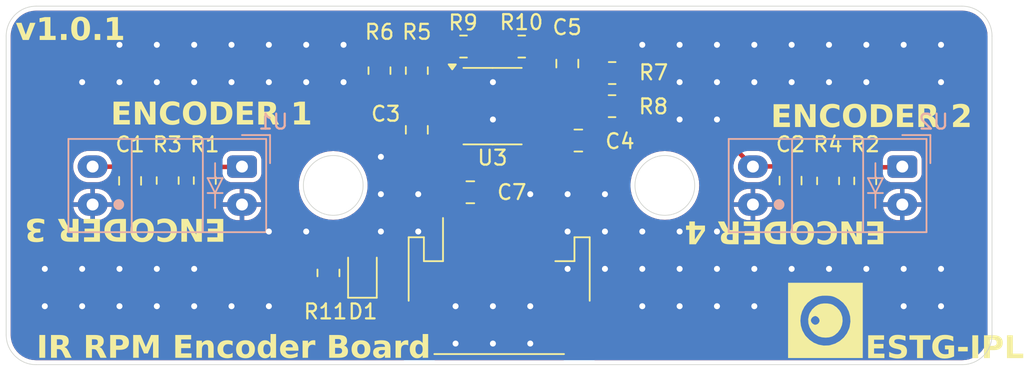
<source format=kicad_pcb>
(kicad_pcb (version 20240108) (generator "pcbnew") (generator_version "8.0")
  (layers (0 "F.Cu" signal) (31 "B.Cu" signal) (34 "B.Paste" user) (35 "F.Paste" user) (36 "B.SilkS" user "B.Silkscreen") (37 "F.SilkS" user "F.Silkscreen") (38 "B.Mask" user) (39 "F.Mask" user) (44 "Edge.Cuts" user))
  (net 0 "")
  (net 1 "Net-(U3A-+)")
  (net 2 "GND")
  (net 3 "Net-(U3B-+)")
  (net 4 "+3.3V")
  (net 5 "Net-(D1-A)")
  (net 6 "ENC1")
  (net 7 "ENC2")
  (net 8 "Net-(R1-Pad2)")
  (net 9 "Net-(R2-Pad2)")
  (net 10 "Net-(U3A--)")
  (net 11 "Net-(U3B--)")
  (footprint "Capacitor_SMD:C_0805_2012Metric" (layer "F.Cu") (at 50.719555 21.408327)
    (property "Reference" "C4" (at 2.781836 0.052561 180) (layer "F.SilkS"))
    (property "Value" "100nF")
    (fp_line (start -0.261252 -0.735) (end 0.261252 -0.735) (stroke (width 0.12)) (layer "F.SilkS"))
    (fp_line (start -0.261252 0.735) (end 0.261252 0.735) (stroke (width 0.12)) (layer "F.SilkS"))
    (pad "1" smd roundrect (at -0.95 0) (size 1 1.45) (layers "F.Cu" "F.Paste" "F.Mask") (net 3 "Net-(U3B-+)"))
    (pad "2" smd roundrect (at 0.95 0) (size 1 1.45) (layers "F.Cu" "F.Paste" "F.Mask") (net 2 "GND"))
  )
  (footprint "Resistor_SMD:R_0805_2012Metric" (layer "F.Cu") (at 46.930047 15.116718 180)
    (property "Reference" "R10" (at 0.025 1.625 180) (layer "F.SilkS"))
    (property "Value" "10k")
    (fp_line (start -0.227064 0.735) (end 0.227064 0.735) (stroke (width 0.12)) (layer "F.SilkS"))
    (fp_line (start -0.227064 -0.735) (end 0.227064 -0.735) (stroke (width 0.12)) (layer "F.SilkS"))
    (pad "1" smd roundrect (at -0.9125 0 180) (size 1.025 1.4) (layers "F.Cu" "F.Paste" "F.Mask") (roundrect_rratio 0.243902) (net 4 "+3.3V"))
    (pad "2" smd roundrect (at 0.9125 0 180) (size 1.025 1.4) (layers "F.Cu" "F.Paste" "F.Mask") (roundrect_rratio 0.243902) (net 7 "ENC2"))
  )
  (footprint "LED_SMD:LED_0805_2012Metric" (layer "F.Cu") (at 36.264145 30.247242 90)
    (property "Reference" "D1" (at -2.6125 0.025 180) (layer "F.SilkS"))
    (property "Value" "LED")
    (fp_line (start 1 -0.96) (end -1.685 -0.96) (stroke (width 0.12)) (layer "F.SilkS"))
    (fp_line (start -1.685 -0.96) (end -1.685 0.96) (stroke (width 0.12)) (layer "F.SilkS"))
    (fp_line (start -1.685 0.96) (end 1 0.96) (stroke (width 0.12)) (layer "F.SilkS"))
    (pad "1" smd roundrect (at -0.9375 0 90) (size 0.975 1.4) (layers "F.Cu" "F.Paste" "F.Mask") (net 2 "GND"))
    (pad "2" smd roundrect (at 0.9375 0 90) (size 0.975 1.4) (layers "F.Cu" "F.Paste" "F.Mask") (net 5 "Net-(D1-A)"))
  )
  (footprint "LOGO" (layer "F.Cu") (at 67.26 33.430462)
    (property "Reference" "G***" (hide yes))
    (property "Value" "LOGO" (hide yes))
    (fp_poly (pts (xy 2.500923 0.019538) (xy 2.500923 2.54) (xy 0 2.54) (xy -2.500923 2.54) (xy -2.500923 0.044539) (xy -1.674774 0.044539) (xy -1.640412 0.373351) (xy -1.540809 0.691696) (xy -1.374224 0.988542) (xy -1.313562 1.068506) (xy -1.061763 1.322363) (xy -0.771087 1.515764) (xy -0.452424 1.644662) (xy -0.116659 1.705013) (xy 0.225319 1.692767) (xy 0.320461 1.67583) (xy 0.661685 1.56633) (xy 0.967138 1.393016) (xy 1.228376 1.163845) (xy 1.436958 0.886773) (xy 1.584442 0.569756) (xy 1.620037 0.450943) (xy 1.67354 0.096729) (xy 1.65316 -0.249816) (xy 1.563152 -0.579516) (xy 1.407771 -0.883194) (xy 1.191275 -1.151674) (xy 0.917917 -1.375781) (xy 0.720279 -1.489141) (xy 0.575806 -1.555057) (xy 0.449712 -1.596214) (xy 0.31135 -1.619759) (xy 0.130075 -1.632835) (xy 0.097544 -1.634323) (xy -0.199828 -1.632127) (xy -0.451926 -1.592226) (xy -0.685269 -1.507804) (xy -0.926375 -1.372042) (xy -0.928863 -1.370436) (xy -1.194608 -1.154757) (xy -1.403811 -0.894389) (xy -1.554733 -0.600363) (xy -1.645634 -0.28371) (xy -1.674774 0.044539) (xy -2.500923 0.044539) (xy -2.500923 0.019538) (xy -2.500923 -2.500923) (xy 0 -2.500923) (xy 2.500923 -2.500923)) (fill solid) (layer "F.SilkS"))
    (fp_poly (pts (xy 0.129554 -1.114539) (xy 0.344688 -1.080893) (xy 0.497144 -1.025061) (xy 0.750518 -0.856142) (xy 0.941697 -0.648396) (xy 1.042655 -0.477413) (xy 1.133606 -0.207913) (xy 1.153649 0.069327) (xy 1.107397 0.341918) (xy 0.99946 0.597475) (xy 0.83445 0.823611) (xy 0.616978 1.00794) (xy 0.456821 1.09625) (xy 0.254463 1.155294) (xy 0.016016 1.174832) (xy -0.227511 1.155434) (xy -0.44511 1.097668) (xy -0.488462 1.078904) (xy -0.732255 0.923233) (xy -0.925253 0.71845) (xy -1.062968 0.477122) (xy -1.14091 0.211819) (xy -1.150417 0.019538) (xy -0.976923 0.019538) (xy -0.942569 0.134033) (xy -0.856359 0.236298) (xy -0.743568 0.30152) (xy -0.678372 0.312615) (xy -0.572661 0.286007) (xy -0.481211 0.227649) (xy -0.408829 0.118683) (xy -0.39077 0.030489) (xy -0.424167 -0.089952) (xy -0.50847 -0.195874) (xy -0.619845 -0.262551) (xy -0.683847 -0.273539) (xy -0.781281 -0.246447) (xy -0.877647 -0.180924) (xy -0.881007 -0.177623) (xy -0.947647 -0.082386) (xy -0.976867 0.015997) (xy -0.976923 0.019538) (xy -1.150417 0.019538) (xy -1.154592 -0.064889) (xy -1.099525 -0.340434) (xy -1.043742 -0.47602) (xy -0.888538 -0.717468) (xy -0.679289 -0.912038) (xy -0.497145 -1.025061) (xy -0.320635 -1.086623) (xy -0.101978 -1.116448)) (fill solid) (layer "F.SilkS"))
  )
  (footprint "Package_SO:SOIC-8_3.9x4.9mm_P1.27mm" (layer "F.Cu") (at 44.97628 19.106708)
    (property "Reference" "U3" (at -0.007302 3.457962 0) (layer "F.SilkS"))
    (property "Value" "LMV393")
    (fp_line (start 0 -2.56) (end -1.95 -2.56) (stroke (width 0.12)) (layer "F.SilkS"))
    (fp_line (start 0 -2.56) (end 1.95 -2.56) (stroke (width 0.12)) (layer "F.SilkS"))
    (fp_line (start 0 2.56) (end -1.95 2.56) (stroke (width 0.12)) (layer "F.SilkS"))
    (fp_line (start 0 2.56) (end 1.95 2.56) (stroke (width 0.12)) (layer "F.SilkS"))
    (fp_poly (pts (xy -2.7 -2.465) (xy -2.94 -2.795) (xy -2.46 -2.795) (xy -2.7 -2.465)) (stroke (width 0.12)) (fill solid) (layer "F.SilkS"))
    (pad "1" smd roundrect (at -2.475 -1.905) (size 1.95 0.6) (layers "F.Cu" "F.Paste" "F.Mask") (net 6 "ENC1"))
    (pad "2" smd roundrect (at -2.475 -0.635) (size 1.95 0.6) (layers "F.Cu" "F.Paste" "F.Mask") (net 10 "Net-(U3A--)"))
    (pad "3" smd roundrect (at -2.475 0.635) (size 1.95 0.6) (layers "F.Cu" "F.Paste" "F.Mask") (net 1 "Net-(U3A-+)"))
    (pad "4" smd roundrect (at -2.475 1.905) (size 1.95 0.6) (layers "F.Cu" "F.Paste" "F.Mask") (net 2 "GND"))
    (pad "5" smd roundrect (at 2.475 1.905) (size 1.95 0.6) (layers "F.Cu" "F.Paste" "F.Mask") (net 3 "Net-(U3B-+)"))
    (pad "6" smd roundrect (at 2.475 0.635) (size 1.95 0.6) (layers "F.Cu" "F.Paste" "F.Mask") (net 11 "Net-(U3B--)"))
    (pad "7" smd roundrect (at 2.475 -0.635) (size 1.95 0.6) (layers "F.Cu" "F.Paste" "F.Mask") (net 7 "ENC2"))
    (pad "8" smd roundrect (at 2.475 -1.905) (size 1.95 0.6) (layers "F.Cu" "F.Paste" "F.Mask") (net 4 "+3.3V"))
  )
  (footprint "Resistor_SMD:R_0805_2012Metric" (layer "F.Cu") (at 52.984402 16.890377 180)
    (property "Reference" "R7" (at -2.769745 0.036899 0) (layer "F.SilkS"))
    (property "Value" "10k")
    (fp_line (start -0.227064 0.735) (end 0.227064 0.735) (stroke (width 0.12)) (layer "F.SilkS"))
    (fp_line (start -0.227064 -0.735) (end 0.227064 -0.735) (stroke (width 0.12)) (layer "F.SilkS"))
    (pad "1" smd roundrect (at -0.9125 0 180) (size 1.025 1.4) (layers "F.Cu" "F.Paste" "F.Mask") (roundrect_rratio 0.243902) (net 4 "+3.3V"))
    (pad "2" smd roundrect (at 0.9125 0 180) (size 1.025 1.4) (layers "F.Cu" "F.Paste" "F.Mask") (roundrect_rratio 0.243902) (net 11 "Net-(U3B--)"))
  )
  (footprint "Resistor_SMD:R_0805_2012Metric" (layer "F.Cu") (at 25.71 24.08875 90)
    (property "Reference" "R1" (at 2.4125 0 180) (layer "F.SilkS"))
    (property "Value" "180")
    (fp_line (start -0.227064 -0.735) (end 0.227064 -0.735) (stroke (width 0.12)) (layer "F.SilkS"))
    (fp_line (start -0.227064 0.735) (end 0.227064 0.735) (stroke (width 0.12)) (layer "F.SilkS"))
    (pad "1" smd roundrect (at -0.9125 0 90) (size 1.025 1.4) (layers "F.Cu" "F.Paste" "F.Mask") (roundrect_rratio 0.243902) (net 4 "+3.3V"))
    (pad "2" smd roundrect (at 0.9125 0 90) (size 1.025 1.4) (layers "F.Cu" "F.Paste" "F.Mask") (roundrect_rratio 0.243902) (net 8 "Net-(R1-Pad2)"))
  )
  (footprint "Resistor_SMD:R_0805_2012Metric" (layer "F.Cu") (at 67.44 24.11125 90)
    (property "Reference" "R4" (at 2.445 -0.015 180) (layer "F.SilkS"))
    (property "Value" "10k")
    (fp_line (start -0.227064 -0.735) (end 0.227064 -0.735) (stroke (width 0.12)) (layer "F.SilkS"))
    (fp_line (start -0.227064 0.735) (end 0.227064 0.735) (stroke (width 0.12)) (layer "F.SilkS"))
    (pad "1" smd roundrect (at -0.9125 0 90) (size 1.025 1.4) (layers "F.Cu" "F.Paste" "F.Mask") (roundrect_rratio 0.243902) (net 4 "+3.3V"))
    (pad "2" smd roundrect (at 0.9125 0 90) (size 1.025 1.4) (layers "F.Cu" "F.Paste" "F.Mask") (roundrect_rratio 0.243902) (net 3 "Net-(U3B-+)"))
  )
  (footprint "Resistor_SMD:R_0805_2012Metric" (layer "F.Cu") (at 43.030047 15.116718)
    (property "Reference" "R9" (at -0.025 -1.6 180) (layer "F.SilkS"))
    (property "Value" "10k")
    (fp_line (start -0.227064 -0.735) (end 0.227064 -0.735) (stroke (width 0.12)) (layer "F.SilkS"))
    (fp_line (start -0.227064 0.735) (end 0.227064 0.735) (stroke (width 0.12)) (layer "F.SilkS"))
    (pad "1" smd roundrect (at -0.9125 0) (size 1.025 1.4) (layers "F.Cu" "F.Paste" "F.Mask") (roundrect_rratio 0.243902) (net 4 "+3.3V"))
    (pad "2" smd roundrect (at 0.9125 0) (size 1.025 1.4) (layers "F.Cu" "F.Paste" "F.Mask") (roundrect_rratio 0.243902) (net 6 "ENC1"))
  )
  (footprint "Resistor_SMD:R_0805_2012Metric" (layer "F.Cu") (at 37.405047 16.729218 90)
    (property "Reference" "R6" (at 2.5875 0 0) (layer "F.SilkS"))
    (property "Value" "10k")
    (fp_line (start -0.227064 -0.735) (end 0.227064 -0.735) (stroke (width 0.12)) (layer "F.SilkS"))
    (fp_line (start -0.227064 0.735) (end 0.227064 0.735) (stroke (width 0.12)) (layer "F.SilkS"))
    (pad "1" smd roundrect (at -0.9125 0 90) (size 1.025 1.4) (layers "F.Cu" "F.Paste" "F.Mask") (roundrect_rratio 0.243902) (net 10 "Net-(U3A--)"))
    (pad "2" smd roundrect (at 0.9125 0 90) (size 1.025 1.4) (layers "F.Cu" "F.Paste" "F.Mask") (roundrect_rratio 0.243902) (net 2 "GND"))
  )
  (footprint "Resistor_SMD:R_0805_2012Metric" (layer "F.Cu") (at 23.225 24.08875 90)
    (property "Reference" "R3" (at 2.4125 -0.015 180) (layer "F.SilkS"))
    (property "Value" "10k")
    (fp_line (start -0.227064 -0.735) (end 0.227064 -0.735) (stroke (width 0.12)) (layer "F.SilkS"))
    (fp_line (start -0.227064 0.735) (end 0.227064 0.735) (stroke (width 0.12)) (layer "F.SilkS"))
    (pad "1" smd roundrect (at -0.9125 0 90) (size 1.025 1.4) (layers "F.Cu" "F.Paste" "F.Mask") (roundrect_rratio 0.243902) (net 4 "+3.3V"))
    (pad "2" smd roundrect (at 0.9125 0 90) (size 1.025 1.4) (layers "F.Cu" "F.Paste" "F.Mask") (roundrect_rratio 0.243902) (net 1 "Net-(U3A-+)"))
  )
  (footprint "Capacitor_SMD:C_0805_2012Metric" (layer "F.Cu") (at 20.71 24.10875 -90)
    (property "Reference" "C1" (at -2.4325 0 180) (layer "F.SilkS"))
    (property "Value" "1nF")
    (fp_line (start -0.261252 0.735) (end 0.261252 0.735) (stroke (width 0.12)) (layer "F.SilkS"))
    (fp_line (start -0.261252 -0.735) (end 0.261252 -0.735) (stroke (width 0.12)) (layer "F.SilkS"))
    (pad "1" smd roundrect (at -0.95 0 270) (size 1 1.45) (layers "F.Cu" "F.Paste" "F.Mask") (net 1 "Net-(U3A-+)"))
    (pad "2" smd roundrect (at 0.95 0 270) (size 1 1.45) (layers "F.Cu" "F.Paste" "F.Mask") (net 2 "GND"))
  )
  (footprint "Capacitor_SMD:C_0805_2012Metric" (layer "F.Cu") (at 43.487618 24.871259)
    (property "Reference" "C7" (at 2.775 0 0) (layer "F.SilkS"))
    (property "Value" "10uF")
    (fp_line (start -0.261252 -0.735) (end 0.261252 -0.735) (stroke (width 0.12)) (layer "F.SilkS"))
    (fp_line (start -0.261252 0.735) (end 0.261252 0.735) (stroke (width 0.12)) (layer "F.SilkS"))
    (pad "1" smd roundrect (at -0.95 0) (size 1 1.45) (layers "F.Cu" "F.Paste" "F.Mask") (net 4 "+3.3V"))
    (pad "2" smd roundrect (at 0.95 0) (size 1 1.45) (layers "F.Cu" "F.Paste" "F.Mask") (net 2 "GND"))
  )
  (footprint "Resistor_SMD:R_0805_2012Metric" (layer "F.Cu") (at 52.976757 19.107486)
    (property "Reference" "R8" (at 2.76509 0.024599 0) (layer "F.SilkS"))
    (property "Value" "10k")
    (fp_line (start -0.227064 -0.735) (end 0.227064 -0.735) (stroke (width 0.12)) (layer "F.SilkS"))
    (fp_line (start -0.227064 0.735) (end 0.227064 0.735) (stroke (width 0.12)) (layer "F.SilkS"))
    (pad "1" smd roundrect (at -0.9125 0) (size 1.025 1.4) (layers "F.Cu" "F.Paste" "F.Mask") (roundrect_rratio 0.243902) (net 11 "Net-(U3B--)"))
    (pad "2" smd roundrect (at 0.9125 0) (size 1.025 1.4) (layers "F.Cu" "F.Paste" "F.Mask") (roundrect_rratio 0.243902) (net 2 "GND"))
  )
  (footprint "Capacitor_SMD:C_0805_2012Metric" (layer "F.Cu") (at 64.925 24.09125 -90)
    (property "Reference" "C2" (at -2.425 0 180) (layer "F.SilkS"))
    (property "Value" "1nF")
    (fp_line (start -0.261252 0.735) (end 0.261252 0.735) (stroke (width 0.12)) (layer "F.SilkS"))
    (fp_line (start -0.261252 -0.735) (end 0.261252 -0.735) (stroke (width 0.12)) (layer "F.SilkS"))
    (pad "1" smd roundrect (at -0.95 0 270) (size 1 1.45) (layers "F.Cu" "F.Paste" "F.Mask") (net 3 "Net-(U3B-+)"))
    (pad "2" smd roundrect (at 0.95 0 270) (size 1 1.45) (layers "F.Cu" "F.Paste" "F.Mask") (net 2 "GND"))
  )
  (footprint "Resistor_SMD:R_0805_2012Metric" (layer "F.Cu") (at 69.925 24.11125 90)
    (property "Reference" "R2" (at 2.445 0 180) (layer "F.SilkS"))
    (property "Value" "180")
    (fp_line (start -0.227064 -0.735) (end 0.227064 -0.735) (stroke (width 0.12)) (layer "F.SilkS"))
    (fp_line (start -0.227064 0.735) (end 0.227064 0.735) (stroke (width 0.12)) (layer "F.SilkS"))
    (pad "1" smd roundrect (at -0.9125 0 90) (size 1.025 1.4) (layers "F.Cu" "F.Paste" "F.Mask") (roundrect_rratio 0.243902) (net 4 "+3.3V"))
    (pad "2" smd roundrect (at 0.9125 0 90) (size 1.025 1.4) (layers "F.Cu" "F.Paste" "F.Mask") (roundrect_rratio 0.243902) (net 9 "Net-(R2-Pad2)"))
  )
  (footprint "Connector_JST:JST_PH_S4B-PH-SM4-TB_1x04-1MP_P2.00mm_Horizontal" (layer "F.Cu") (at 45.418758 31.193805)
    (property "Reference" "J1" (hide yes))
    (property "Value" "Conn_01x04_Socket")
    (fp_line (start -6.06 -3.31) (end -5.04 -3.31) (stroke (width 0.12)) (layer "F.SilkS"))
    (fp_line (start -6.06 0.94) (end -6.06 -3.31) (stroke (width 0.12)) (layer "F.SilkS"))
    (fp_line (start -5.04 -3.31) (end -5.04 -1.71) (stroke (width 0.12)) (layer "F.SilkS"))
    (fp_line (start -5.04 -1.71) (end -3.76 -1.71) (stroke (width 0.12)) (layer "F.SilkS"))
    (fp_line (start -4.34 4.51) (end 4.34 4.51) (stroke (width 0.12)) (layer "F.SilkS"))
    (fp_line (start -3.76 -1.71) (end -3.76 -4.6) (stroke (width 0.12)) (layer "F.SilkS"))
    (fp_line (start 5.04 -3.31) (end 5.04 -1.71) (stroke (width 0.12)) (layer "F.SilkS"))
    (fp_line (start 5.04 -1.71) (end 3.76 -1.71) (stroke (width 0.12)) (layer "F.SilkS"))
    (fp_line (start 6.06 -3.31) (end 5.04 -3.31) (stroke (width 0.12)) (layer "F.SilkS"))
    (fp_line (start 6.06 0.94) (end 6.06 -3.31) (stroke (width 0.12)) (layer "F.SilkS"))
    (pad "1" smd roundrect (at -3 -2.85) (size 1 3.5) (layers "F.Cu" "F.Paste" "F.Mask") (net 4 "+3.3V"))
    (pad "2" smd roundrect (at -1 -2.85) (size 1 3.5) (layers "F.Cu" "F.Paste" "F.Mask") (net 2 "GND"))
    (pad "3" smd roundrect (at 1 -2.85) (size 1 3.5) (layers "F.Cu" "F.Paste" "F.Mask") (net 6 "ENC1"))
    (pad "4" smd roundrect (at 3 -2.85) (size 1 3.5) (layers "F.Cu" "F.Paste" "F.Mask") (net 7 "ENC2"))
    (pad "MP" smd roundrect (at -5.35 2.9) (size 1.5 3.4) (layers "F.Cu" "F.Paste" "F.Mask") (roundrect_rratio 0.166667))
    (pad "MP" smd roundrect (at 5.35 2.9) (size 1.5 3.4) (layers "F.Cu" "F.Paste" "F.Mask") (roundrect_rratio 0.166667))
  )
  (footprint "Resistor_SMD:R_0805_2012Metric" (layer "F.Cu") (at 33.989145 30.272242 -90)
    (property "Reference" "R11" (at 2.5875 0.2 180) (layer "F.SilkS"))
    (property "Value" "1k")
    (fp_line (start -0.227064 0.735) (end 0.227064 0.735) (stroke (width 0.12)) (layer "F.SilkS"))
    (fp_line (start -0.227064 -0.735) (end 0.227064 -0.735) (stroke (width 0.12)) (layer "F.SilkS"))
    (pad "1" smd roundrect (at -0.9125 0 270) (size 1.025 1.4) (layers "F.Cu" "F.Paste" "F.Mask") (roundrect_rratio 0.243902) (net 5 "Net-(D1-A)"))
    (pad "2" smd roundrect (at 0.9125 0 270) (size 1.025 1.4) (layers "F.Cu" "F.Paste" "F.Mask") (roundrect_rratio 0.243902) (net 4 "+3.3V"))
  )
  (footprint "Capacitor_SMD:C_0805_2012Metric" (layer "F.Cu") (at 49.981139 16.255743 90)
    (property "Reference" "C5" (at 2.425588 -0.01168 180) (layer "F.SilkS"))
    (property "Value" "100nF")
    (fp_line (start -0.261252 -0.735) (end 0.261252 -0.735) (stroke (width 0.12)) (layer "F.SilkS"))
    (fp_line (start -0.261252 0.735) (end 0.261252 0.735) (stroke (width 0.12)) (layer "F.SilkS"))
    (pad "1" smd roundrect (at -0.95 0 90) (size 1 1.45) (layers "F.Cu" "F.Paste" "F.Mask") (net 4 "+3.3V"))
    (pad "2" smd roundrect (at 0.95 0 90) (size 1 1.45) (layers "F.Cu" "F.Paste" "F.Mask") (net 2 "GND"))
  )
  (footprint "Resistor_SMD:R_0805_2012Metric" (layer "F.Cu") (at 39.905047 16.729218 -90)
    (property "Reference" "R5" (at -2.5875 0 0) (layer "F.SilkS"))
    (property "Value" "10k")
    (fp_line (start -0.227064 0.735) (end 0.227064 0.735) (stroke (width 0.12)) (layer "F.SilkS"))
    (fp_line (start -0.227064 -0.735) (end 0.227064 -0.735) (stroke (width 0.12)) (layer "F.SilkS"))
    (pad "1" smd roundrect (at -0.9125 0 270) (size 1.025 1.4) (layers "F.Cu" "F.Paste" "F.Mask") (roundrect_rratio 0.243902) (net 4 "+3.3V"))
    (pad "2" smd roundrect (at 0.9125 0 270) (size 1.025 1.4) (layers "F.Cu" "F.Paste" "F.Mask") (roundrect_rratio 0.243902) (net 10 "Net-(U3A--)"))
  )
  (footprint "Capacitor_SMD:C_0805_2012Metric" (layer "F.Cu") (at 39.905047 20.691718 -90)
    (property "Reference" "C3" (at -1.066718 2.080047 180) (layer "F.SilkS"))
    (property "Value" "100nF")
    (fp_line (start -0.261252 0.735) (end 0.261252 0.735) (stroke (width 0.12)) (layer "F.SilkS"))
    (fp_line (start -0.261252 -0.735) (end 0.261252 -0.735) (stroke (width 0.12)) (layer "F.SilkS"))
    (pad "1" smd roundrect (at -0.95 0 270) (size 1 1.45) (layers "F.Cu" "F.Paste" "F.Mask") (net 1 "Net-(U3A-+)"))
    (pad "2" smd roundrect (at 0.95 0 270) (size 1 1.45) (layers "F.Cu" "F.Paste" "F.Mask") (net 2 "GND"))
  )
  (footprint "OptoDevice:Everlight_ITR9608-F" (layer "B.Cu") (at 72.406606 23.152627 180)
    (property "Reference" "U2" (at -1 3 0) (layer "B.SilkS") (effects (justify right mirror)))
    (property "Value" "ITR9608-F")
    (fp_line (start 11.62 1.85) (end -1.62 1.85) (stroke (width 0.12)) (layer "B.SilkS"))
    (fp_line (start 11.62 -4.39) (end 11.62 1.85) (stroke (width 0.12)) (layer "B.SilkS"))
    (fp_line (start 7.38 1.85) (end 7.38 -4.37) (stroke (width 0.12)) (layer "B.SilkS"))
    (fp_line (start 2.62 1.85) (end 2.62 -4.37) (stroke (width 0.12)) (layer "B.SilkS"))
    (fp_line (start 2.3 -0.77) (end 1.8 -1.77) (stroke (width 0.12)) (layer "B.SilkS"))
    (fp_line (start 1.8 0.23) (end 1.8 -0.77) (stroke (width 0.12)) (layer "B.SilkS"))
    (fp_line (start 1.8 -1.77) (end 1.3 -0.77) (stroke (width 0.12)) (layer "B.SilkS"))
    (fp_line (start 1.8 -2.77) (end 1.8 -1.77) (stroke (width 0.12)) (layer "B.SilkS"))
    (fp_line (start 1.3 -0.77) (end 2.3 -0.77) (stroke (width 0.12)) (layer "B.SilkS"))
    (fp_line (start 1.3 -1.77) (end 2.3 -1.77) (stroke (width 0.12)) (layer "B.SilkS"))
    (fp_line (start 0 2.11) (end -1.88 2.11) (stroke (width 0.12)) (layer "B.SilkS"))
    (fp_line (start -1.62 1.85) (end -1.62 -4.39) (stroke (width 0.12)) (layer "B.SilkS"))
    (fp_line (start -1.62 -4.39) (end 11.62 -4.39) (stroke (width 0.12)) (layer "B.SilkS"))
    (fp_line (start -1.88 0.23) (end -1.88 2.11) (stroke (width 0.12)) (layer "B.SilkS"))
    (fp_circle (center 8.25 -2.54) (end 8.55 -2.54) (stroke (width 0.12)) (fill solid) (layer "B.SilkS"))
    (pad "1" thru_hole roundrect (at 0 0 90) (size 1.5 2) (drill 0.8) (layers "*.Cu" "*.Mask") (roundrect_rratio 0.227) (net 9 "Net-(R2-Pad2)"))
    (pad "2" thru_hole oval (at 0 -2.54 90) (size 1.5 2) (drill 0.8) (layers "*.Cu" "*.Mask") (net 2 "GND"))
    (pad "3" thru_hole oval (at 10 -2.54 90) (size 1.5 2) (drill 0.8) (layers "*.Cu" "*.Mask") (net 2 "GND"))
    (pad "4" thru_hole oval (at 10 0 90) (size 1.5 2) (drill 0.8) (layers "*.Cu" "*.Mask") (net 3 "Net-(U3B-+)"))
  )
  (footprint "OptoDevice:Everlight_ITR9608-F" (layer "B.Cu") (at 28.2 23.152627 180)
    (property "Reference" "U1" (at -1 3 0) (layer "B.SilkS") (effects (justify right mirror)))
    (property "Value" "ITR9608-F")
    (fp_line (start 11.62 1.85) (end -1.62 1.85) (stroke (width 0.12)) (layer "B.SilkS"))
    (fp_line (start 11.62 -4.39) (end 11.62 1.85) (stroke (width 0.12)) (layer "B.SilkS"))
    (fp_line (start 7.38 1.85) (end 7.38 -4.37) (stroke (width 0.12)) (layer "B.SilkS"))
    (fp_line (start 2.62 1.85) (end 2.62 -4.37) (stroke (width 0.12)) (layer "B.SilkS"))
    (fp_line (start 2.3 -0.77) (end 1.8 -1.77) (stroke (width 0.12)) (layer "B.SilkS"))
    (fp_line (start 1.8 0.23) (end 1.8 -0.77) (stroke (width 0.12)) (layer "B.SilkS"))
    (fp_line (start 1.8 -1.77) (end 1.3 -0.77) (stroke (width 0.12)) (layer "B.SilkS"))
    (fp_line (start 1.8 -2.77) (end 1.8 -1.77) (stroke (width 0.12)) (layer "B.SilkS"))
    (fp_line (start 1.3 -0.77) (end 2.3 -0.77) (stroke (width 0.12)) (layer "B.SilkS"))
    (fp_line (start 1.3 -1.77) (end 2.3 -1.77) (stroke (width 0.12)) (layer "B.SilkS"))
    (fp_line (start 0 2.11) (end -1.88 2.11) (stroke (width 0.12)) (layer "B.SilkS"))
    (fp_line (start -1.62 1.85) (end -1.62 -4.39) (stroke (width 0.12)) (layer "B.SilkS"))
    (fp_line (start -1.62 -4.39) (end 11.62 -4.39) (stroke (width 0.12)) (layer "B.SilkS"))
    (fp_line (start -1.88 0.23) (end -1.88 2.11) (stroke (width 0.12)) (layer "B.SilkS"))
    (fp_circle (center 8.25 -2.54) (end 8.55 -2.54) (stroke (width 0.12)) (fill solid) (layer "B.SilkS"))
    (pad "1" thru_hole roundrect (at 0 0 90) (size 1.5 2) (drill 0.8) (layers "*.Cu" "*.Mask") (roundrect_rratio 0.227) (net 8 "Net-(R1-Pad2)"))
    (pad "2" thru_hole oval (at 0 -2.54 90) (size 1.5 2) (drill 0.8) (layers "*.Cu" "*.Mask") (net 2 "GND"))
    (pad "3" thru_hole oval (at 10 -2.54 90) (size 1.5 2) (drill 0.8) (layers "*.Cu" "*.Mask") (net 2 "GND"))
    (pad "4" thru_hole oval (at 10 0 90) (size 1.5 2) (drill 0.8) (layers "*.Cu" "*.Mask") (net 1 "Net-(U3A-+)"))
  )
  (gr_line (start 14.414214 12.414214) (end 76.414214 12.414214) (stroke (width 0.05)) (layer "Edge.Cuts"))
  (gr_arc (start 76.414214 12.414214) (mid 77.828414 13.000006) (end 78.414214 14.414214) (stroke (width 0.05)) (layer "Edge.Cuts"))
  (gr_circle (center 34.309907 24.414311) (end 32.309907 24.414311) (stroke (width 0.05)) (fill none) (layer "Edge.Cuts"))
  (gr_circle (center 56.509907 24.414311) (end 58.509907 24.414311) (stroke (width 0.05)) (fill none) (layer "Edge.Cuts"))
  (gr_line (start 12.414214 34.414214) (end 12.414214 14.414215) (stroke (width 0.05)) (layer "Edge.Cuts"))
  (gr_arc (start 14.414214 36.414214) (mid 13 35.828428) (end 12.414214 34.414214) (stroke (width 0.05)) (layer "Edge.Cuts"))
  (gr_arc (start 12.414214 14.414215) (mid 12.999999 13) (end 14.414214 12.414214) (stroke (width 0.05)) (layer "Edge.Cuts"))
  (gr_arc (start 78.414214 34.414214) (mid 77.828423 35.828423) (end 76.414214 36.414214) (stroke (width 0.05)) (layer "Edge.Cuts"))
  (gr_line (start 78.414214 14.414214) (end 78.414214 34.414214) (stroke (width 0.05)) (layer "Edge.Cuts"))
  (gr_line (start 76.414214 36.414214) (end 14.414214 36.414214) (stroke (width 0.05)) (layer "Edge.Cuts"))
  (gr_text "ESTG-IPL" (at 69.93 36.23 0) (layer "F.SilkS") (effects (font (size 1.5 1.5) (thickness 0.3) (bold yes)) (justify left bottom)))
  (gr_text "IR RPM Encoder Board" (at 14.44 36.21 0) (layer "F.SilkS") (effects (font (size 1.5 1.5) (thickness 0.3) (bold yes)) (justify left bottom)))
  (gr_text "v1.0.1" (at 13.04 14.93 0) (layer "F.SilkS") (effects (font (size 1.5 1.5) (thickness 0.3) (bold yes)) (justify left bottom)))
  (gr_text "ENCODER 4" (at 71.33 26.57 180) (layer "F.SilkS") (effects (font (size 1.5 1.5) (thickness 0.3) (bold yes)) (justify left bottom)))
  (gr_text "ENCODER 2" (at 63.6 20.76 0) (layer "F.SilkS") (effects (font (size 1.5 1.5) (thickness 0.3) (bold yes)) (justify left bottom)))
  (gr_text "ENCODER 3" (at 27.14 26.4 180) (layer "F.SilkS") (effects (font (size 1.5 1.5) (thickness 0.3) (bold yes)) (justify left bottom)))
  (gr_text "ENCODER 1" (at 19.41 20.59 0) (layer "F.SilkS") (effects (font (size 1.5 1.5) (thickness 0.3) (bold yes)) (justify left bottom)))
  (segment (start 39.905057 19.741708) (end 39.905047 19.741718) (width 0.3) (layer "F.Cu") (net 1))
  (segment (start 20.71 23.15875) (end 18.206123 23.15875) (width 0.3) (layer "F.Cu") (net 1))
  (segment (start 23.225 23.17625) (end 23.225 21.775) (width 0.3) (layer "F.Cu") (net 1))
  (segment (start 23.225 23.17625) (end 20.7275 23.17625) (width 0.3) (layer "F.Cu") (net 1))
  (segment (start 25.258282 19.741718) (end 39.905047 19.741718) (width 0.3) (layer "F.Cu") (net 1))
  (segment (start 23.225 21.775) (end 25.258282 19.741718) (width 0.3) (layer "F.Cu") (net 1))
  (segment (start 42.50128 19.741708) (end 39.905057 19.741708) (width 0.3) (layer "F.Cu") (net 1))
  (segment (start 20.7275 23.17625) (end 20.71 23.15875) (width 0.3) (layer "F.Cu") (net 1))
  (segment (start 18.206123 23.15875) (end 18.2 23.152627) (width 0.3) (layer "F.Cu") (net 1))
  (via (at 40 25) (size 0.8) (drill 0.4) (layers "F.Cu" "B.Cu") (net 2))
  (via (at 60 17.5) (size 0.8) (drill 0.4) (layers "F.Cu" "B.Cu") (net 2))
  (via (at 50 25) (size 0.8) (drill 0.4) (layers "F.Cu" "B.Cu") (net 2))
  (via (at 37.5 27.5) (size 0.8) (drill 0.4) (layers "F.Cu" "B.Cu") (net 2))
  (via (at 30 15) (size 0.8) (drill 0.4) (layers "F.Cu" "B.Cu") (net 2))
  (via (at 37.5 25) (size 0.8) (drill 0.4) (layers "F.Cu" "B.Cu") (net 2))
  (via (at 45 17.5) (size 0.8) (drill 0.4) (layers "F.Cu" "B.Cu") (net 2))
  (via (at 50 30) (size 0.8) (drill 0.4) (layers "F.Cu" "B.Cu") (net 2))
  (via (at 65 30) (size 0.8) (drill 0.4) (layers "F.Cu" "B.Cu") (net 2))
  (via (at 60 20) (size 0.8) (drill 0.4) (layers "F.Cu" "B.Cu") (net 2))
  (via (at 57.5 32.5) (size 0.8) (drill 0.4) (layers "F.Cu" "B.Cu") (net 2))
  (via (at 72.5 15) (size 0.8) (drill 0.4) (layers "F.Cu" "B.Cu") (net 2))
  (via (at 55 30) (size 0.8) (drill 0.4) (layers "F.Cu" "B.Cu") (net 2))
  (via (at 30 17.5) (size 0.8) (drill 0.4) (layers "F.Cu" "B.Cu") (net 2))
  (via (at 47.5 35) (size 0.8) (drill 0.4) (layers "F.Cu" "B.Cu") (net 2))
  (via (at 55 27.5) (size 0.8) (drill 0.4) (layers "F.Cu" "B.Cu") (net 2))
  (via (at 55 15) (size 0.8) (drill 0.4) (layers "F.Cu" "B.Cu") (net 2))
  (via (at 67.5 15) (size 0.8) (drill 0.4) (layers "F.Cu" "B.Cu") (net 2))
  (via (at 75 17.5) (size 0.8) (drill 0.4) (layers "F.Cu" "B.Cu") (net 2))
  (via (at 22.5 15) (size 0.8) (drill 0.4) (layers "F.Cu" "B.Cu") (net 2))
  (via (at 30 27.5) (size 0.8) (drill 0.4) (layers "F.Cu" "B.Cu") (net 2))
  (via (at 62.5 17.5) (size 0.8) (drill 0.4) (layers "F.Cu" "B.Cu") (net 2))
  (via (at 52.5 25) (size 0.8) (drill 0.4) (layers "F.Cu" "B.Cu") (net 2))
  (via (at 20 17.5) (size 0.8) (drill 0.4) (layers "F.Cu" "B.Cu") (net 2))
  (via (at 52.5 27.5) (size 0.8) (drill 0.4) (layers "F.Cu" "B.Cu") (net 2))
  (via (at 17.5 17.5) (size 0.8) (drill 0.4) (layers "F.Cu" "B.Cu") (net 2))
  (via (at 72.5 32.5) (size 0.8) (drill 0.4) (layers "F.Cu" "B.Cu") (net 2))
  (via (at 57.5 17.5) (size 0.8) (drill 0.4) (layers "F.Cu" "B.Cu") (net 2))
  (via (at 22.5 32.5) (size 0.8) (drill 0.4) (layers "F.Cu" "B.Cu") (net 2))
  (via (at 60 32.5) (size 0.8) (drill 0.4) (layers "F.Cu" "B.Cu") (net 2))
  (via (at 15 32.5) (size 0.8) (drill 0.4) (layers "F.Cu" "B.Cu") (net 2))
  (via (at 67.5 17.5) (size 0.8) (drill 0.4) (layers "F.Cu" "B.Cu") (net 2))
  (via (at 62.5 32.5) (size 0.8) (drill 0.4) (layers "F.Cu" "B.Cu") (net 2))
  (via (at 15 30) (size 0.8) (drill 0.4) (layers "F.Cu" "B.Cu") (net 2))
  (via (at 75 30) (size 0.8) (drill 0.4) (layers "F.Cu" "B.Cu") (net 2))
  (via (at 55 32.5) (size 0.8) (drill 0.4) (layers "F.Cu" "B.Cu") (net 2))
  (via (at 32.5 15) (size 0.8) (drill 0.4) (layers "F.Cu" "B.Cu") (net 2))
  (via (at 22.5 17.5) (size 0.8) (drill 0.4) (layers "F.Cu" "B.Cu") (net 2))
  (via (at 25 30) (size 0.8) (drill 0.4) (layers "F.Cu" "B.Cu") (net 2))
  (via (at 25 32.5) (size 0.8) (drill 0.4) (layers "F.Cu" "B.Cu") (net 2))
  (via (at 60 27.5) (size 0.8) (drill 0.4) (layers "F.Cu" "B.Cu") (net 2))
  (via (at 75 15) (size 0.8) (drill 0.4) (layers "F.Cu" "B.Cu") (net 2))
  (via (at 27.5 15) (size 0.8) (drill 0.4) (layers "F.Cu" "B.Cu") (net 2))
  (via (at 57.5 15) (size 0.8) (drill 0.4) (layers "F.Cu" "B.Cu") (net 2))
  (via (at 50 27.5) (size 0.8) (drill 0.4) (layers "F.Cu" "B.Cu") (net 2))
  (via (at 45 32.5) (size 0.8) (drill 0.4) (layers "F.Cu" "B.Cu") (net 2))
  (via (at 45 20) (size 0.8) (drill 0.4) (layers "F.Cu" "B.Cu") (net 2))
  (via (at 62.5 15) (size 0.8) (drill 0.4) (layers "F.Cu" "B.Cu") (net 2))
  (via (at 47.5 25) (size 0.8) (drill 0.4) (layers "F.Cu" "B.Cu") (net 2))
  (via (at 17.5 32.5) (size 0.8) (drill 0.4) (layers "F.Cu" "B.Cu") (net 2))
  (via (at 57.5 30) (size 0.8) (drill 0.4) (layers "F.Cu" "B.Cu") (net 2))
  (via (at 65 17.5) (size 0.8) (drill 0.4) (layers "F.Cu" "B.Cu") (net 2))
  (via (at 70 17.5) (size 0.8) (drill 0.4) (layers "F.Cu" "B.Cu") (net 2))
  (via (at 45 35) (size 0.8) (drill 0.4) (layers "F.Cu" "B.Cu") (net 2))
  (via (at 70 30) (size 0.8) (drill 0.4) (layers "F.Cu" "B.Cu") (net 2))
  (via (at 20 30) (size 0.8) (drill 0.4) (layers "F.Cu" "B.Cu") (net 2))
  (via (at 60 30) (size 0.8) (drill 0.4) (layers "F.Cu" "B.Cu") (net 2))
  (via (at 40 27.5) (size 0.8) (drill 0.4) (layers "F.Cu" "B.Cu") (net 2))
  (via (at 37.5 22.5) (size 0.8) (drill 0.4) (layers "F.Cu" "B.Cu") (net 2))
  (via (at 47.5 32.5) (size 0.8) (drill 0.4) (layers "F.Cu" "B.Cu") (net 2))
  (via (at 20 15) (size 0.8) (drill 0.4) (layers "F.Cu" "B.Cu") (net 2))
  (via (at 20 32.5) (size 0.8) (drill 0.4) (layers "F.Cu" "B.Cu") (net 2))
  (via (at 72.5 30) (size 0.8) (drill 0.4) (layers "F.Cu" "B.Cu") (net 2))
  (via (at 52.5 30) (size 0.8) (drill 0.4) (layers "F.Cu" "B.Cu") (net 2))
  (via (at 67.5 30) (size 0.8) (drill 0.4) (layers "F.Cu" "B.Cu") (net 2))
  (via (at 65 15) (size 0.8) (drill 0.4) (layers "F.Cu" "B.Cu") (net 2))
  (via (at 27.5 32.5) (size 0.8) (drill 0.4) (layers "F.Cu" "B.Cu") (net 2))
  (via (at 57.5 27.5) (size 0.8) (drill 0.4) (layers "F.Cu" "B.Cu") (net 2))
  (via (at 25 15) (size 0.8) (drill 0.4) (layers "F.Cu" "B.Cu") (net 2))
  (via (at 27.5 17.5) (size 0.8) (drill 0.4) (layers "F.Cu" "B.Cu") (net 2))
  (via (at 42.5 32.5) (size 0.8) (drill 0.4) (layers "F.Cu" "B.Cu") (net 2))
  (via (at 30 32.5) (size 0.8) (drill 0.4) (layers "F.Cu" "B.Cu") (net 2))
  (via (at 60 15) (size 0.8) (drill 0.4) (layers "F.Cu" "B.Cu") (net 2))
  (via (at 42.5 35) (size 0.8) (drill 0.4) (layers "F.Cu" "B.Cu") (net 2))
  (via (at 32.5 27.5) (size 0.8) (drill 0.4) (layers "F.Cu" "B.Cu") (net 2))
  (via (at 35 15) (size 0.8) (drill 0.4) (layers "F.Cu" "B.Cu") (net 2))
  (via (at 22.5 30) (size 0.8) (drill 0.4) (layers "F.Cu" "B.Cu") (net 2))
  (via (at 32.5 17.5) (size 0.8) (drill 0.4) (layers "F.Cu" "B.Cu") (net 2))
  (via (at 62.5 30) (size 0.8) (drill 0.4) (layers "F.Cu" "B.Cu") (net 2))
  (via (at 17.5 30) (size 0.8) (drill 0.4) (layers "F.Cu" "B.Cu") (net 2))
  (via (at 75 32.5) (size 0.8) (drill 0.4) (layers "F.Cu" "B.Cu") (net 2))
  (via (at 57.5 20) (size 0.8) (drill 0.4) (layers "F.Cu" "B.Cu") (net 2))
  (via (at 35 17.5) (size 0.8) (drill 0.4) (layers "F.Cu" "B.Cu") (net 2))
  (via (at 70 15) (size 0.8) (drill 0.4) (layers "F.Cu" "B.Cu") (net 2))
  (via (at 25 17.5) (size 0.8) (drill 0.4) (layers "F.Cu" "B.Cu") (net 2))
  (segment (start 64.925 23.14125) (end 62.417983 23.14125) (width 0.3) (layer "F.Cu") (net 3))
  (segment (start 62.417983 23.14125) (end 62.406606 23.152627) (width 0.3) (layer "F.Cu") (net 3))
  (segment (start 49.372936 21.011708) (end 49.769555 21.408327) (width 0.3) (layer "F.Cu") (net 3))
  (segment (start 49.769555 22.169555) (end 49.769555 21.408327) (width 0.3) (layer "F.Cu") (net 3))
  (segment (start 53 22.9) (end 50.5 22.9) (width 0.3) (layer "F.Cu") (net 3))
  (segment (start 67.44 23.19875) (end 64.9825 23.19875) (width 0.3) (layer "F.Cu") (net 3))
  (segment (start 62.406606 23.152627) (end 60.523979 21.27) (width 0.3) (layer "F.Cu") (net 3))
  (segment (start 60.523979 21.27) (end 54.63 21.27) (width 0.3) (layer "F.Cu") (net 3))
  (segment (start 64.9825 23.19875) (end 64.925 23.14125) (width 0.3) (layer "F.Cu") (net 3))
  (segment (start 47.45128 21.011708) (end 49.372936 21.011708) (width 0.3) (layer "F.Cu") (net 3))
  (segment (start 54.63 21.27) (end 53 22.9) (width 0.3) (layer "F.Cu") (net 3))
  (segment (start 50.5 22.9) (end 49.769555 22.169555) (width 0.3) (layer "F.Cu") (net 3))
  (segment (start 70.709214 16.109214) (end 75.3 20.7) (width 0.3) (layer "F.Cu") (net 4))
  (segment (start 47.2 13.9) (end 47.842547 14.542547) (width 0.3) (layer "F.Cu") (net 4))
  (segment (start 25.71 26.71) (end 25.71 25.00125) (width 0.3) (layer "F.Cu") (net 4))
  (segment (start 49.981139 17.205743) (end 47.455315 17.205743) (width 0.3) (layer "F.Cu") (net 4))
  (segment (start 71.5 27.9) (end 69.925 26.325) (width 0.3) (layer "F.Cu") (net 4))
  (segment (start 28 29) (end 27.722046 28.722046) (width 0.3) (layer "F.Cu") (net 4))
  (segment (start 42.6 13.9) (end 47.2 13.9) (width 0.3) (layer "F.Cu") (net 4))
  (segment (start 51.346505 15.840377) (end 49.981139 17.205743) (width 0.3) (layer "F.Cu") (net 4))
  (segment (start 42.117547 15.116718) (end 42.117547 14.382453) (width 0.3) (layer "F.Cu") (net 4))
  (segment (start 33.989145 31.184742) (end 30.184742 31.184742) (width 0.3) (layer "F.Cu") (net 4))
  (segment (start 47.842547 15.116718) (end 47.842547 16.810441) (width 0.3) (layer "F.Cu") (net 4))
  (segment (start 30.184742 31.184742) (end 28 29) (width 0.3) (layer "F.Cu") (net 4))
  (segment (start 42.537618 28.224945) (end 42.418758 28.343805) (width 0.3) (layer "F.Cu") (net 4))
  (segment (start 41.417547 15.816718) (end 42.117547 15.116718) (width 0.3) (layer "F.Cu") (net 4))
  (segment (start 37.757905 13.669576) (end 39.905047 15.816718) (width 0.3) (layer "F.Cu") (net 4))
  (segment (start 38.9 31.2) (end 37.3 32.8) (width 0.3) (layer "F.Cu") (net 4))
  (segment (start 37.3 32.8) (end 35.604403 32.8) (width 0.3) (layer "F.Cu") (net 4))
  (segment (start 42.117547 14.382453) (end 42.6 13.9) (width 0.3) (layer "F.Cu") (net 4))
  (segment (start 23.225 25.00125) (end 25.71 25.00125) (width 0.3) (layer "F.Cu") (net 4))
  (segment (start 15.025225 26.348475) (end 15.025225 16.879966) (width 0.3) (layer "F.Cu") (net 4))
  (segment (start 53.896902 16.890377) (end 53.896902 16.196902) (width 0.3) (layer "F.Cu") (net 4))
  (segment (start 15.025225 16.879966) (end 18.235615 13.669576) (width 0.3) (layer "F.Cu") (net 4))
  (segment (start 53.540377 15.840377) (end 51.346505 15.840377) (width 0.3) (layer "F.Cu") (net 4))
  (segment (start 75.3 20.7) (end 75.3 26.7) (width 0.3) (layer "F.Cu") (net 4))
  (segment (start 27.722046 28.722046) (end 17.398796 28.722046) (width 0.3) (layer "F.Cu") (net 4))
  (segment (start 75.3 26.7) (end 74.1 27.9) (width 0.3) (layer "F.Cu") (net 4))
  (segment (start 47.455315 17.205743) (end 47.45128 17.201708) (width 0.3) (layer "F.Cu") (net 4))
  (segment (start 53.896902 16.890377) (end 54.678065 16.109214) (width 0.3) (layer "F.Cu") (net 4))
  (segment (start 39.905047 15.816718) (end 41.417547 15.816718) (width 0.3) (layer "F.Cu") (net 4))
  (segment (start 42.418758 28.343805) (end 42.418758 30.381242) (width 0.3) (layer "F.Cu") (net 4))
  (segment (start 18.235615 13.669576) (end 37.757905 13.669576) (width 0.3) (layer "F.Cu") (net 4))
  (segment (start 47.842547 16.810441) (end 47.45128 17.201708) (width 0.3) (layer "F.Cu") (net 4))
  (segment (start 17.398796 28.722046) (end 15.025225 26.348475) (width 0.3) (layer "F.Cu") (net 4))
  (segment (start 69.925 26.325) (end 69.925 25.02375) (width 0.3) (layer "F.Cu") (net 4))
  (segment (start 42.537618 24.871259) (end 42.537618 28.224945) (width 0.3) (layer "F.Cu") (net 4))
  (segment (start 47.842547 14.542547) (end 47.842547 15.116718) (width 0.3) (layer "F.Cu") (net 4))
  (segment (start 74.1 27.9) (end 71.5 27.9) (width 0.3) (layer "F.Cu") (net 4))
  (segment (start 53.896902 16.196902) (end 53.540377 15.840377) (width 0.3) (layer "F.Cu") (net 4))
  (segment (start 28 29) (end 25.71 26.71) (width 0.3) (layer "F.Cu") (net 4))
  (segment (start 41.6 31.2) (end 38.9 31.2) (width 0.3) (layer "F.Cu") (net 4))
  (segment (start 42.418758 30.381242) (end 41.6 31.2) (width 0.3) (layer "F.Cu") (net 4))
  (segment (start 69.925 25.02375) (end 67.44 25.02375) (width 0.3) (layer "F.Cu") (net 4))
  (segment (start 35.604403 32.8) (end 33.989145 31.184742) (width 0.3) (layer "F.Cu") (net 4))
  (segment (start 54.678065 16.109214) (end 70.709214 16.109214) (width 0.3) (layer "F.Cu") (net 4))
  (segment (start 36.214145 29.359742) (end 36.264145 29.309742) (width 0.3) (layer "F.Cu") (net 5))
  (segment (start 33.989145 29.359742) (end 36.214145 29.359742) (width 0.3) (layer "F.Cu") (net 5))
  (segment (start 43.942547 21.636878) (end 46.418758 24.113089) (width 0.3) (layer "F.Cu") (net 6))
  (segment (start 43.598292 17.201708) (end 43.942547 16.857453) (width 0.3) (layer "F.Cu") (net 6))
  (segment (start 43.942547 16.6) (end 43.942547 15.116718) (width 0.3) (layer "F.Cu") (net 6))
  (segment (start 43.942547 16.6) (end 43.942547 21.636878) (width 0.3) (layer "F.Cu") (net 6))
  (segment (start 46.418758 24.113089) (end 46.418758 28.343805) (width 0.3) (layer "F.Cu") (net 6))
  (segment (start 42.50128 17.201708) (end 43.598292 17.201708) (width 0.3) (layer "F.Cu") (net 6))
  (segment (start 43.942547 16.857453) (end 43.942547 16.6) (width 0.3) (layer "F.Cu") (net 6))
  (segment (start 46.017547 17.7) (end 46.017547 21.271673) (width 0.3) (layer "F.Cu") (net 7))
  (segment (start 47.45128 18.471708) (end 46.476281 18.471708) (width 0.3) (layer "F.Cu") (net 7))
  (segment (start 46.017547 21.271673) (end 48.418758 23.672884) (width 0.3) (layer "F.Cu") (net 7))
  (segment (start 46.017547 18.012974) (end 46.017547 17.7) (width 0.3) (layer "F.Cu") (net 7))
  (segment (start 46.017547 17.7) (end 46.017547 15.116718) (width 0.3) (layer "F.Cu") (net 7))
  (segment (start 48.418758 23.672884) (end 48.418758 28.343805) (width 0.3) (layer "F.Cu") (net 7))
  (segment (start 46.476281 18.471708) (end 46.017547 18.012974) (width 0.3) (layer "F.Cu") (net 7))
  (segment (start 28.176377 23.17625) (end 28.2 23.152627) (width 0.3) (layer "F.Cu") (net 8))
  (segment (start 25.71 23.17625) (end 28.176377 23.17625) (width 0.3) (layer "F.Cu") (net 8))
  (segment (start 69.925 23.19875) (end 72.360483 23.19875) (width 0.3) (layer "F.Cu") (net 9))
  (segment (start 72.360483 23.19875) (end 72.406606 23.152627) (width 0.3) (layer "F.Cu") (net 9))
  (segment (start 39.905047 17.641718) (end 37.405047 17.641718) (width 0.3) (layer "F.Cu") (net 10))
  (segment (start 40.735037 18.471708) (end 39.905047 17.641718) (width 0.3) (layer "F.Cu") (net 10))
  (segment (start 42.50128 18.471708) (end 40.735037 18.471708) (width 0.3) (layer "F.Cu") (net 10))
  (segment (start 52.071902 19.099841) (end 52.064257 19.107486) (width 0.3) (layer "F.Cu") (net 11))
  (segment (start 47.45128 19.741708) (end 51.430035 19.741708) (width 0.3) (layer "F.Cu") (net 11))
  (segment (start 52.071902 16.890377) (end 52.071902 19.099841) (width 0.3) (layer "F.Cu") (net 11))
  (segment (start 51.430035 19.741708) (end 52.064257 19.107486) (width 0.3) (layer "F.Cu") (net 11))
  (zone (net 2) (net_name "GND") (layers "F&B.Cu") (connect_pads (clearance 0.3)) (min_thickness 0.3) (fill yes (thermal_gap 0.3) (thermal_bridge_width 0.3))
    (polygon (pts (xy 12 12) (xy 12 37) (xy 79 37) (xy 79 12)))
  )
)
</source>
